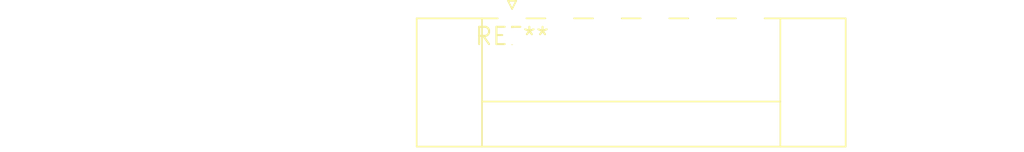
<source format=kicad_pcb>
(kicad_pcb (version 20240108) (generator pcbnew)
  (layers (0 "F.Cu" signal) (31 "B.Cu" signal) (34 "B.Paste" user) (35 "F.Paste" user) (36 "B.SilkS" user "B.Silkscreen") (37 "F.SilkS" user "F.Silkscreen") (38 "B.Mask" user) (39 "F.Mask" user) (44 "Edge.Cuts" user))
  (net 0 "")
  (footprint "PhoenixContact_MC_1,5_6-GF-3.5_1x06_P3.50mm_Horizontal_ThreadedFlange" (layer "F.Cu") (at 0 0)
    (property "Reference" "REF**")
    (property "Value" "PhoenixContact_MC_1,5_6-GF-3.5_1x06_P3.50mm_Horizontal_ThreadedFlange")
    (fp_line (start -7.01 -1.31) (end -7.01 8.11) (layer "F.SilkS") (stroke (width 0.12)))
    (fp_line (start -7.01 -1.31) (end -1.05 -1.31) (layer "F.SilkS") (stroke (width 0.12)))
    (fp_line (start -7.01 8.11) (end 24.51 8.11) (layer "F.SilkS") (stroke (width 0.12)))
    (fp_line (start -2.21 -1.31) (end -2.21 8.11) (layer "F.SilkS") (stroke (width 0.12)))
    (fp_line (start -2.21 4.8) (end 19.71 4.8) (layer "F.SilkS") (stroke (width 0.12)))
    (fp_line (start -0.3 -2.6) (end 0.3 -2.6) (layer "F.SilkS") (stroke (width 0.12)))
    (fp_line (start 0 -2) (end -0.3 -2.6) (layer "F.SilkS") (stroke (width 0.12)))
    (fp_line (start 0.3 -2.6) (end 0 -2) (layer "F.SilkS") (stroke (width 0.12)))
    (fp_line (start 1.05 -1.31) (end 2.45 -1.31) (layer "F.SilkS") (stroke (width 0.12)))
    (fp_line (start 4.55 -1.31) (end 5.95 -1.31) (layer "F.SilkS") (stroke (width 0.12)))
    (fp_line (start 8.05 -1.31) (end 9.45 -1.31) (layer "F.SilkS") (stroke (width 0.12)))
    (fp_line (start 11.55 -1.31) (end 12.95 -1.31) (layer "F.SilkS") (stroke (width 0.12)))
    (fp_line (start 15.05 -1.31) (end 16.45 -1.31) (layer "F.SilkS") (stroke (width 0.12)))
    (fp_line (start 19.71 -1.31) (end 19.71 8.11) (layer "F.SilkS") (stroke (width 0.12)))
    (fp_line (start 24.51 -1.31) (end 18.55 -1.31) (layer "F.SilkS") (stroke (width 0.12)))
    (fp_line (start 24.51 8.11) (end 24.51 -1.31) (layer "F.SilkS") (stroke (width 0.12)))
    (pad "1" thru_hole roundrect (at 0 0) (size 1.8 3.6) (drill 1.2) (layers *.Cu *.Mask) (remove_unused_layers) (roundrect_rratio 0.138889))
    (pad "2" thru_hole oval (at 3.5 0) (size 1.8 3.6) (drill 1.2) (layers *.Cu *.Mask) (remove_unused_layers))
    (pad "3" thru_hole oval (at 7 0) (size 1.8 3.6) (drill 1.2) (layers *.Cu *.Mask) (remove_unused_layers))
    (pad "4" thru_hole oval (at 10.5 0) (size 1.8 3.6) (drill 1.2) (layers *.Cu *.Mask) (remove_unused_layers))
    (pad "5" thru_hole oval (at 14 0) (size 1.8 3.6) (drill 1.2) (layers *.Cu *.Mask) (remove_unused_layers))
    (pad "6" thru_hole oval (at 17.5 0) (size 1.8 3.6) (drill 1.2) (layers *.Cu *.Mask) (remove_unused_layers))
  )
)
</source>
